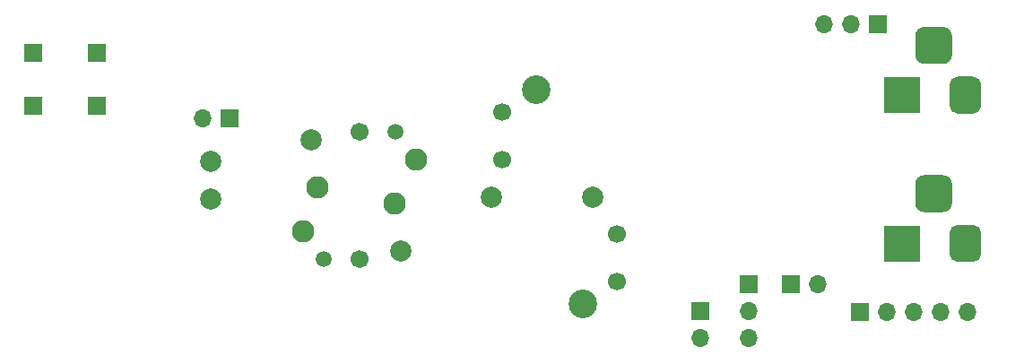
<source format=gbs>
%TF.GenerationSoftware,KiCad,Pcbnew,(5.1.6-0-10_14)*%
%TF.CreationDate,2021-10-08T19:33:03+09:00*%
%TF.ProjectId,peltier+relay,70656c74-6965-4722-9b72-656c61792e6b,rev?*%
%TF.SameCoordinates,Original*%
%TF.FileFunction,Soldermask,Bot*%
%TF.FilePolarity,Negative*%
%FSLAX46Y46*%
G04 Gerber Fmt 4.6, Leading zero omitted, Abs format (unit mm)*
G04 Created by KiCad (PCBNEW (5.1.6-0-10_14)) date 2021-10-08 19:33:03*
%MOMM*%
%LPD*%
G01*
G04 APERTURE LIST*
%ADD10C,2.000000*%
%ADD11O,1.700000X1.700000*%
%ADD12R,1.700000X1.700000*%
%ADD13R,3.500000X3.500000*%
%ADD14C,2.700000*%
%ADD15C,1.700000*%
%ADD16C,2.108200*%
%ADD17C,2.006600*%
%ADD18C,1.701800*%
%ADD19C,1.498600*%
G04 APERTURE END LIST*
D10*
%TO.C,PEL1*%
X104750000Y-99770000D03*
X104750000Y-96270000D03*
%TD*%
D11*
%TO.C,J1*%
X162050000Y-107810000D03*
D12*
X159510000Y-107810000D03*
%TD*%
D11*
%TO.C,J2*%
X155560000Y-112890000D03*
X155560000Y-110350000D03*
D12*
X155560000Y-107810000D03*
%TD*%
D13*
%TO.C,J6*%
X170000000Y-104000000D03*
G36*
G01*
X177500000Y-103000000D02*
X177500000Y-105000000D01*
G75*
G02*
X176750000Y-105750000I-750000J0D01*
G01*
X175250000Y-105750000D01*
G75*
G02*
X174500000Y-105000000I0J750000D01*
G01*
X174500000Y-103000000D01*
G75*
G02*
X175250000Y-102250000I750000J0D01*
G01*
X176750000Y-102250000D01*
G75*
G02*
X177500000Y-103000000I0J-750000D01*
G01*
G37*
G36*
G01*
X174750000Y-98425000D02*
X174750000Y-100175000D01*
G75*
G02*
X173875000Y-101050000I-875000J0D01*
G01*
X172125000Y-101050000D01*
G75*
G02*
X171250000Y-100175000I0J875000D01*
G01*
X171250000Y-98425000D01*
G75*
G02*
X172125000Y-97550000I875000J0D01*
G01*
X173875000Y-97550000D01*
G75*
G02*
X174750000Y-98425000I0J-875000D01*
G01*
G37*
%TD*%
%TO.C,J7*%
G36*
G01*
X174750000Y-84425000D02*
X174750000Y-86175000D01*
G75*
G02*
X173875000Y-87050000I-875000J0D01*
G01*
X172125000Y-87050000D01*
G75*
G02*
X171250000Y-86175000I0J875000D01*
G01*
X171250000Y-84425000D01*
G75*
G02*
X172125000Y-83550000I875000J0D01*
G01*
X173875000Y-83550000D01*
G75*
G02*
X174750000Y-84425000I0J-875000D01*
G01*
G37*
G36*
G01*
X177500000Y-89000000D02*
X177500000Y-91000000D01*
G75*
G02*
X176750000Y-91750000I-750000J0D01*
G01*
X175250000Y-91750000D01*
G75*
G02*
X174500000Y-91000000I0J750000D01*
G01*
X174500000Y-89000000D01*
G75*
G02*
X175250000Y-88250000I750000J0D01*
G01*
X176750000Y-88250000D01*
G75*
G02*
X177500000Y-89000000I0J-750000D01*
G01*
G37*
X170000000Y-90000000D03*
%TD*%
D14*
%TO.C,K1*%
X139880000Y-109710000D03*
D15*
X143130000Y-107610000D03*
X143130000Y-103110000D03*
D10*
X140780000Y-99610000D03*
D14*
X135480000Y-89510000D03*
D15*
X132230000Y-91610000D03*
X132230000Y-96110000D03*
D10*
X131280000Y-99610000D03*
%TD*%
D16*
%TO.C,K2*%
X114830000Y-98720000D03*
D17*
X114230000Y-94220000D03*
D18*
X118780000Y-93420000D03*
D19*
X122180000Y-93420000D03*
D16*
X124130000Y-96070000D03*
X122130000Y-100220000D03*
D17*
X122730000Y-104720000D03*
D18*
X118780000Y-105520000D03*
D19*
X115380000Y-105520000D03*
D16*
X113430000Y-102870000D03*
%TD*%
D11*
%TO.C,J4*%
X151000000Y-112890000D03*
D12*
X151000000Y-110350000D03*
%TD*%
D11*
%TO.C,J8*%
X162690010Y-83330008D03*
X165230010Y-83330008D03*
D12*
X167770010Y-83330008D03*
%TD*%
%TO.C,J9*%
X88000000Y-91000000D03*
%TD*%
%TO.C,J10*%
X94000000Y-86000000D03*
%TD*%
%TO.C,J11*%
X88000000Y-86000000D03*
%TD*%
%TO.C,J12*%
X94000000Y-91000000D03*
%TD*%
D11*
%TO.C,J5*%
X176160000Y-110500000D03*
X173620000Y-110500000D03*
X171080000Y-110500000D03*
X168540000Y-110500000D03*
D12*
X166000000Y-110500000D03*
%TD*%
D11*
%TO.C,J3*%
X103940000Y-92160000D03*
D12*
X106480000Y-92160000D03*
%TD*%
M02*

</source>
